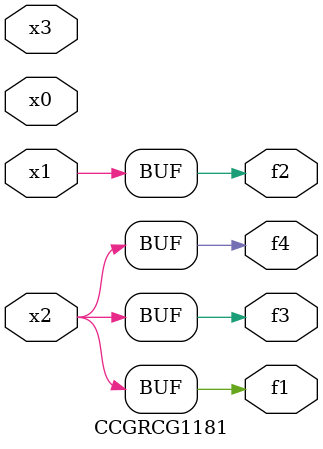
<source format=v>
module CCGRCG1181(
	input x0, x1, x2, x3,
	output f1, f2, f3, f4
);
	assign f1 = x2;
	assign f2 = x1;
	assign f3 = x2;
	assign f4 = x2;
endmodule

</source>
